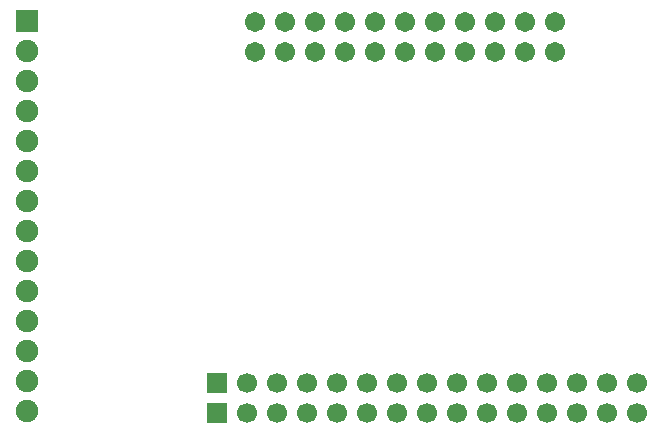
<source format=gts>
G04*
G04 #@! TF.GenerationSoftware,Altium Limited,Altium Designer,22.7.1 (60)*
G04*
G04 Layer_Color=8388736*
%FSLAX25Y25*%
%MOIN*%
G70*
G04*
G04 #@! TF.SameCoordinates,3EC980D0-7658-4EA3-A3E4-A41FBE6F1EC8*
G04*
G04*
G04 #@! TF.FilePolarity,Negative*
G04*
G01*
G75*
%ADD11C,0.06706*%
%ADD12R,0.07487X0.07487*%
%ADD13C,0.07487*%
%ADD14C,0.06693*%
%ADD15R,0.06693X0.06693*%
D11*
X82677Y125984D02*
D03*
X82677Y135984D02*
D03*
X92677Y125984D02*
D03*
Y135984D02*
D03*
X102677Y125984D02*
D03*
X102677Y135984D02*
D03*
X112677Y125984D02*
D03*
X112677Y135984D02*
D03*
X122677Y125984D02*
D03*
Y135984D02*
D03*
X132677Y125984D02*
D03*
X132677Y135984D02*
D03*
X142677Y125984D02*
D03*
X142677Y135984D02*
D03*
X152677Y125984D02*
D03*
X152677Y135984D02*
D03*
X162677Y125984D02*
D03*
X162677Y135984D02*
D03*
X172677Y125984D02*
D03*
X172677Y135984D02*
D03*
X182677Y125984D02*
D03*
Y135984D02*
D03*
D12*
X6780Y136232D02*
D03*
D13*
X6780Y126232D02*
D03*
X6780Y116232D02*
D03*
Y106232D02*
D03*
Y96232D02*
D03*
Y86232D02*
D03*
X6780Y76232D02*
D03*
X6780Y66232D02*
D03*
Y56232D02*
D03*
Y46232D02*
D03*
Y36232D02*
D03*
Y26232D02*
D03*
Y16232D02*
D03*
Y6232D02*
D03*
D14*
X210142Y5732D02*
D03*
X200142D02*
D03*
X160142D02*
D03*
X150142D02*
D03*
X140142D02*
D03*
X130142D02*
D03*
X120142D02*
D03*
X110142D02*
D03*
X100142D02*
D03*
X90142D02*
D03*
X80142D02*
D03*
X190142D02*
D03*
X180142D02*
D03*
X170142D02*
D03*
X210142Y15732D02*
D03*
X200142D02*
D03*
X190142D02*
D03*
X180142D02*
D03*
X170142D02*
D03*
X160142D02*
D03*
X150142D02*
D03*
X140142D02*
D03*
X130142D02*
D03*
X120142D02*
D03*
X110142D02*
D03*
X100142D02*
D03*
X90142D02*
D03*
X80142D02*
D03*
D15*
X70142Y5732D02*
D03*
Y15732D02*
D03*
M02*

</source>
